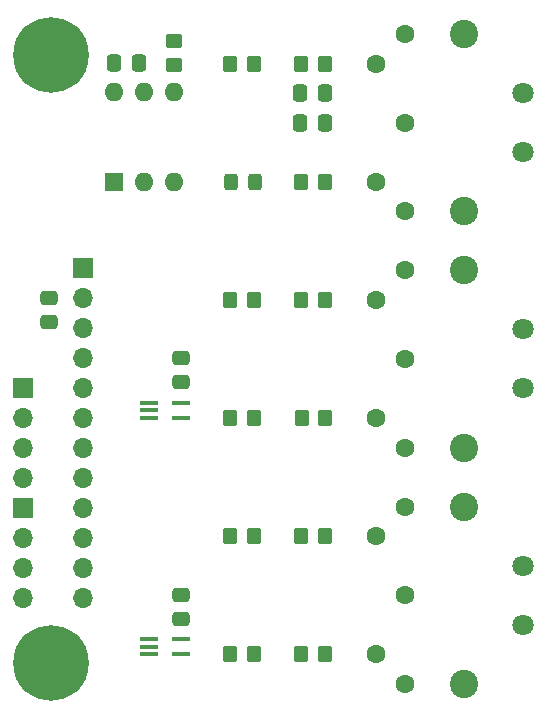
<source format=gts>
%TF.GenerationSoftware,KiCad,Pcbnew,7.0.2*%
%TF.CreationDate,2023-06-22T10:02:50+00:00*%
%TF.ProjectId,midi,6d696469-2e6b-4696-9361-645f70636258,rev?*%
%TF.SameCoordinates,Original*%
%TF.FileFunction,Soldermask,Top*%
%TF.FilePolarity,Negative*%
%FSLAX46Y46*%
G04 Gerber Fmt 4.6, Leading zero omitted, Abs format (unit mm)*
G04 Created by KiCad (PCBNEW 7.0.2) date 2023-06-22 10:02:50*
%MOMM*%
%LPD*%
G01*
G04 APERTURE LIST*
G04 Aperture macros list*
%AMRoundRect*
0 Rectangle with rounded corners*
0 $1 Rounding radius*
0 $2 $3 $4 $5 $6 $7 $8 $9 X,Y pos of 4 corners*
0 Add a 4 corners polygon primitive as box body*
4,1,4,$2,$3,$4,$5,$6,$7,$8,$9,$2,$3,0*
0 Add four circle primitives for the rounded corners*
1,1,$1+$1,$2,$3*
1,1,$1+$1,$4,$5*
1,1,$1+$1,$6,$7*
1,1,$1+$1,$8,$9*
0 Add four rect primitives between the rounded corners*
20,1,$1+$1,$2,$3,$4,$5,0*
20,1,$1+$1,$4,$5,$6,$7,0*
20,1,$1+$1,$6,$7,$8,$9,0*
20,1,$1+$1,$8,$9,$2,$3,0*%
G04 Aperture macros list end*
%ADD10C,3.600000*%
%ADD11C,6.400000*%
%ADD12RoundRect,0.250000X-0.325000X-0.450000X0.325000X-0.450000X0.325000X0.450000X-0.325000X0.450000X0*%
%ADD13C,1.800000*%
%ADD14C,1.600000*%
%ADD15C,2.400000*%
%ADD16R,1.500000X0.400000*%
%ADD17RoundRect,0.250000X-0.350000X-0.450000X0.350000X-0.450000X0.350000X0.450000X-0.350000X0.450000X0*%
%ADD18R,1.700000X1.700000*%
%ADD19O,1.700000X1.700000*%
%ADD20RoundRect,0.250000X0.350000X0.450000X-0.350000X0.450000X-0.350000X-0.450000X0.350000X-0.450000X0*%
%ADD21RoundRect,0.250000X-0.475000X0.337500X-0.475000X-0.337500X0.475000X-0.337500X0.475000X0.337500X0*%
%ADD22RoundRect,0.250000X0.475000X-0.337500X0.475000X0.337500X-0.475000X0.337500X-0.475000X-0.337500X0*%
%ADD23O,1.600000X1.600000*%
%ADD24R,1.600000X1.600000*%
%ADD25RoundRect,0.250000X-0.450000X0.350000X-0.450000X-0.350000X0.450000X-0.350000X0.450000X0.350000X0*%
%ADD26RoundRect,0.250000X-0.337500X-0.475000X0.337500X-0.475000X0.337500X0.475000X-0.337500X0.475000X0*%
%ADD27RoundRect,0.250000X0.337500X0.475000X-0.337500X0.475000X-0.337500X-0.475000X0.337500X-0.475000X0*%
G04 APERTURE END LIST*
D10*
X155000000Y-98250000D03*
D11*
X155000000Y-98250000D03*
D10*
X155000000Y-46750000D03*
D11*
X155000000Y-46750000D03*
D12*
X170225000Y-57500000D03*
X172275000Y-57500000D03*
D13*
X195000000Y-90000000D03*
X195000000Y-95000000D03*
D14*
X182500000Y-97500000D03*
X182500000Y-87500000D03*
X185000000Y-100000000D03*
X185000000Y-92500000D03*
X185000000Y-85000000D03*
D15*
X190000000Y-85000000D03*
X190000000Y-100000000D03*
D13*
X195000000Y-70000000D03*
X195000000Y-75000000D03*
D14*
X182500000Y-77500000D03*
X182500000Y-67500000D03*
X185000000Y-80000000D03*
X185000000Y-72500000D03*
X185000000Y-65000000D03*
D15*
X190000000Y-65000000D03*
X190000000Y-80000000D03*
D13*
X195000000Y-50000000D03*
X195000000Y-55000000D03*
D14*
X182500000Y-57500000D03*
X182500000Y-47500000D03*
X185000000Y-60000000D03*
X185000000Y-52500000D03*
X185000000Y-45000000D03*
D15*
X190000000Y-45000000D03*
X190000000Y-60000000D03*
D16*
X163320000Y-96200000D03*
X163320000Y-96850000D03*
X163320000Y-97500000D03*
X165980000Y-97500000D03*
X165980000Y-96200000D03*
D17*
X170200000Y-87500000D03*
X172200000Y-87500000D03*
X170200000Y-97500000D03*
X172200000Y-97500000D03*
D18*
X157750000Y-64770000D03*
D19*
X157750000Y-67310000D03*
X157750000Y-69850000D03*
X157750000Y-72390000D03*
X157750000Y-74930000D03*
X157750000Y-77470000D03*
X157750000Y-80010000D03*
X157750000Y-82550000D03*
X157750000Y-85090000D03*
X157750000Y-87630000D03*
X157750000Y-90170000D03*
X157750000Y-92710000D03*
D18*
X152670000Y-85090000D03*
D19*
X152670000Y-87630000D03*
X152670000Y-90170000D03*
X152670000Y-92710000D03*
D18*
X152670000Y-74930000D03*
D19*
X152670000Y-77470000D03*
X152670000Y-80010000D03*
X152670000Y-82550000D03*
D20*
X178200000Y-87500000D03*
X176200000Y-87500000D03*
D17*
X176200000Y-97500000D03*
X178200000Y-97500000D03*
D21*
X154810000Y-67310000D03*
X154810000Y-69385000D03*
D22*
X165980000Y-94537500D03*
X165980000Y-92462500D03*
D17*
X176225000Y-77500000D03*
X178225000Y-77500000D03*
D20*
X176200000Y-47500000D03*
X178200000Y-47500000D03*
D23*
X160375000Y-49880000D03*
X162915000Y-49880000D03*
X165455000Y-49880000D03*
X165455000Y-57500000D03*
X162915000Y-57500000D03*
D24*
X160375000Y-57500000D03*
D17*
X170200000Y-67500000D03*
X172200000Y-67500000D03*
D22*
X165980000Y-72387500D03*
X165980000Y-74462500D03*
D25*
X165455000Y-47600000D03*
X165455000Y-45600000D03*
D20*
X170200000Y-47500000D03*
X172200000Y-47500000D03*
D26*
X178200000Y-52500000D03*
X176125000Y-52500000D03*
D27*
X176125000Y-50000000D03*
X178200000Y-50000000D03*
D26*
X162450000Y-47480000D03*
X160375000Y-47480000D03*
D20*
X176200000Y-57500000D03*
X178200000Y-57500000D03*
D16*
X165980000Y-76200000D03*
X165980000Y-77500000D03*
X163320000Y-77500000D03*
X163320000Y-76850000D03*
X163320000Y-76200000D03*
D20*
X178200000Y-67500000D03*
X176200000Y-67500000D03*
D17*
X172200000Y-77500000D03*
X170200000Y-77500000D03*
M02*

</source>
